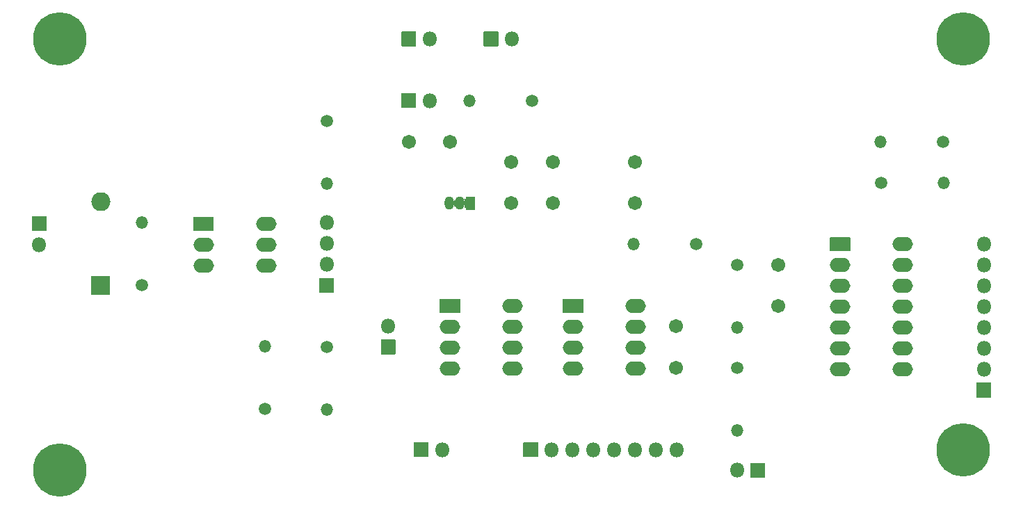
<source format=gbr>
G04 #@! TF.GenerationSoftware,KiCad,Pcbnew,(5.1.9)-1*
G04 #@! TF.CreationDate,2021-05-01T23:11:57+02:00*
G04 #@! TF.ProjectId,usb_pcb,7573625f-7063-4622-9e6b-696361645f70,0*
G04 #@! TF.SameCoordinates,Original*
G04 #@! TF.FileFunction,Soldermask,Top*
G04 #@! TF.FilePolarity,Negative*
%FSLAX46Y46*%
G04 Gerber Fmt 4.6, Leading zero omitted, Abs format (unit mm)*
G04 Created by KiCad (PCBNEW (5.1.9)-1) date 2021-05-01 23:11:57*
%MOMM*%
%LPD*%
G01*
G04 APERTURE LIST*
%ADD10C,0.902000*%
%ADD11C,6.502000*%
%ADD12O,1.802000X1.802000*%
%ADD13O,1.502000X1.502000*%
%ADD14C,1.502000*%
%ADD15O,1.152000X1.602000*%
%ADD16O,2.302000X2.302000*%
%ADD17C,1.702000*%
%ADD18O,2.502000X1.702000*%
%ADD19C,0.100000*%
G04 APERTURE END LIST*
D10*
X59197056Y-100802944D03*
X57500000Y-100100000D03*
X55802944Y-100802944D03*
X55100000Y-102500000D03*
X55802944Y-104197056D03*
X57500000Y-104900000D03*
X59197056Y-104197056D03*
X59900000Y-102500000D03*
D11*
X57500000Y-102500000D03*
D10*
X59197056Y-48302944D03*
X57500000Y-47600000D03*
X55802944Y-48302944D03*
X55100000Y-50000000D03*
X55802944Y-51697056D03*
X57500000Y-52400000D03*
X59197056Y-51697056D03*
X59900000Y-50000000D03*
D11*
X57500000Y-50000000D03*
D10*
X169197056Y-98302944D03*
X167500000Y-97600000D03*
X165802944Y-98302944D03*
X165100000Y-100000000D03*
X165802944Y-101697056D03*
X167500000Y-102400000D03*
X169197056Y-101697056D03*
X169900000Y-100000000D03*
D11*
X167500000Y-100000000D03*
D10*
X169197056Y-48302944D03*
X167500000Y-47600000D03*
X165802944Y-48302944D03*
X165100000Y-50000000D03*
X165802944Y-51697056D03*
X167500000Y-52400000D03*
X169197056Y-51697056D03*
X169900000Y-50000000D03*
D11*
X167500000Y-50000000D03*
D12*
X90000000Y-72380000D03*
X90000000Y-74920000D03*
X90000000Y-77460000D03*
G36*
G01*
X90901000Y-79150000D02*
X90901000Y-80850000D01*
G75*
G02*
X90850000Y-80901000I-51000J0D01*
G01*
X89150000Y-80901000D01*
G75*
G02*
X89099000Y-80850000I0J51000D01*
G01*
X89099000Y-79150000D01*
G75*
G02*
X89150000Y-79099000I51000J0D01*
G01*
X90850000Y-79099000D01*
G75*
G02*
X90901000Y-79150000I0J-51000D01*
G01*
G37*
X170000000Y-74960000D03*
X170000000Y-77500000D03*
X170000000Y-80040000D03*
X170000000Y-82580000D03*
X170000000Y-85120000D03*
X170000000Y-87660000D03*
X170000000Y-90200000D03*
G36*
G01*
X170901000Y-91890000D02*
X170901000Y-93590000D01*
G75*
G02*
X170850000Y-93641000I-51000J0D01*
G01*
X169150000Y-93641000D01*
G75*
G02*
X169099000Y-93590000I0J51000D01*
G01*
X169099000Y-91890000D01*
G75*
G02*
X169150000Y-91839000I51000J0D01*
G01*
X170850000Y-91839000D01*
G75*
G02*
X170901000Y-91890000I0J-51000D01*
G01*
G37*
X132620000Y-100000000D03*
X130080000Y-100000000D03*
X127540000Y-100000000D03*
X125000000Y-100000000D03*
X122460000Y-100000000D03*
X119920000Y-100000000D03*
X117380000Y-100000000D03*
G36*
G01*
X115690000Y-100901000D02*
X113990000Y-100901000D01*
G75*
G02*
X113939000Y-100850000I0J51000D01*
G01*
X113939000Y-99150000D01*
G75*
G02*
X113990000Y-99099000I51000J0D01*
G01*
X115690000Y-99099000D01*
G75*
G02*
X115741000Y-99150000I0J-51000D01*
G01*
X115741000Y-100850000D01*
G75*
G02*
X115690000Y-100901000I-51000J0D01*
G01*
G37*
D13*
X107380000Y-57500000D03*
D14*
X115000000Y-57500000D03*
D12*
X112540000Y-50000000D03*
G36*
G01*
X110850000Y-50901000D02*
X109150000Y-50901000D01*
G75*
G02*
X109099000Y-50850000I0J51000D01*
G01*
X109099000Y-49150000D01*
G75*
G02*
X109150000Y-49099000I51000J0D01*
G01*
X110850000Y-49099000D01*
G75*
G02*
X110901000Y-49150000I0J-51000D01*
G01*
X110901000Y-50850000D01*
G75*
G02*
X110850000Y-50901000I-51000J0D01*
G01*
G37*
X102540000Y-57500000D03*
G36*
G01*
X100850000Y-58401000D02*
X99150000Y-58401000D01*
G75*
G02*
X99099000Y-58350000I0J51000D01*
G01*
X99099000Y-56650000D01*
G75*
G02*
X99150000Y-56599000I51000J0D01*
G01*
X100850000Y-56599000D01*
G75*
G02*
X100901000Y-56650000I0J-51000D01*
G01*
X100901000Y-58350000D01*
G75*
G02*
X100850000Y-58401000I-51000J0D01*
G01*
G37*
X102540000Y-50000000D03*
G36*
G01*
X100850000Y-50901000D02*
X99150000Y-50901000D01*
G75*
G02*
X99099000Y-50850000I0J51000D01*
G01*
X99099000Y-49150000D01*
G75*
G02*
X99150000Y-49099000I51000J0D01*
G01*
X100850000Y-49099000D01*
G75*
G02*
X100901000Y-49150000I0J-51000D01*
G01*
X100901000Y-50850000D01*
G75*
G02*
X100850000Y-50901000I-51000J0D01*
G01*
G37*
X139960000Y-102500000D03*
G36*
G01*
X141650000Y-101599000D02*
X143350000Y-101599000D01*
G75*
G02*
X143401000Y-101650000I0J-51000D01*
G01*
X143401000Y-103350000D01*
G75*
G02*
X143350000Y-103401000I-51000J0D01*
G01*
X141650000Y-103401000D01*
G75*
G02*
X141599000Y-103350000I0J51000D01*
G01*
X141599000Y-101650000D01*
G75*
G02*
X141650000Y-101599000I51000J0D01*
G01*
G37*
X97500000Y-84960000D03*
G36*
G01*
X98401000Y-86650000D02*
X98401000Y-88350000D01*
G75*
G02*
X98350000Y-88401000I-51000J0D01*
G01*
X96650000Y-88401000D01*
G75*
G02*
X96599000Y-88350000I0J51000D01*
G01*
X96599000Y-86650000D01*
G75*
G02*
X96650000Y-86599000I51000J0D01*
G01*
X98350000Y-86599000D01*
G75*
G02*
X98401000Y-86650000I0J-51000D01*
G01*
G37*
X104040000Y-100000000D03*
G36*
G01*
X102350000Y-100901000D02*
X100650000Y-100901000D01*
G75*
G02*
X100599000Y-100850000I0J51000D01*
G01*
X100599000Y-99150000D01*
G75*
G02*
X100650000Y-99099000I51000J0D01*
G01*
X102350000Y-99099000D01*
G75*
G02*
X102401000Y-99150000I0J-51000D01*
G01*
X102401000Y-100850000D01*
G75*
G02*
X102350000Y-100901000I-51000J0D01*
G01*
G37*
X55000000Y-75040000D03*
G36*
G01*
X54099000Y-73350000D02*
X54099000Y-71650000D01*
G75*
G02*
X54150000Y-71599000I51000J0D01*
G01*
X55850000Y-71599000D01*
G75*
G02*
X55901000Y-71650000I0J-51000D01*
G01*
X55901000Y-73350000D01*
G75*
G02*
X55850000Y-73401000I-51000J0D01*
G01*
X54150000Y-73401000D01*
G75*
G02*
X54099000Y-73350000I0J51000D01*
G01*
G37*
G36*
G01*
X108076000Y-69250000D02*
X108076000Y-70750000D01*
G75*
G02*
X108025000Y-70801000I-51000J0D01*
G01*
X106975000Y-70801000D01*
G75*
G02*
X106924000Y-70750000I0J51000D01*
G01*
X106924000Y-69250000D01*
G75*
G02*
X106975000Y-69199000I51000J0D01*
G01*
X108025000Y-69199000D01*
G75*
G02*
X108076000Y-69250000I0J-51000D01*
G01*
G37*
D15*
X104960000Y-70000000D03*
X106230000Y-70000000D03*
D13*
X165120000Y-67500000D03*
D14*
X157500000Y-67500000D03*
D13*
X157380000Y-62500000D03*
D14*
X165000000Y-62500000D03*
D13*
X67500000Y-72380000D03*
D14*
X67500000Y-80000000D03*
D16*
X62500000Y-69840000D03*
G36*
G01*
X63600000Y-81151000D02*
X61400000Y-81151000D01*
G75*
G02*
X61349000Y-81100000I0J51000D01*
G01*
X61349000Y-78900000D01*
G75*
G02*
X61400000Y-78849000I51000J0D01*
G01*
X63600000Y-78849000D01*
G75*
G02*
X63651000Y-78900000I0J-51000D01*
G01*
X63651000Y-81100000D01*
G75*
G02*
X63600000Y-81151000I-51000J0D01*
G01*
G37*
D17*
X105000000Y-62500000D03*
X100000000Y-62500000D03*
D18*
X160120000Y-75000000D03*
X152500000Y-90240000D03*
X160120000Y-77540000D03*
X152500000Y-87700000D03*
X160120000Y-80080000D03*
X152500000Y-85160000D03*
X160120000Y-82620000D03*
X152500000Y-82620000D03*
X160120000Y-85160000D03*
X152500000Y-80080000D03*
X160120000Y-87700000D03*
X152500000Y-77540000D03*
X160120000Y-90240000D03*
G36*
G01*
X151249000Y-75800000D02*
X151249000Y-74200000D01*
G75*
G02*
X151300000Y-74149000I51000J0D01*
G01*
X153700000Y-74149000D01*
G75*
G02*
X153751000Y-74200000I0J-51000D01*
G01*
X153751000Y-75800000D01*
G75*
G02*
X153700000Y-75851000I-51000J0D01*
G01*
X151300000Y-75851000D01*
G75*
G02*
X151249000Y-75800000I0J51000D01*
G01*
G37*
X112620000Y-82500000D03*
X105000000Y-90120000D03*
X112620000Y-85040000D03*
X105000000Y-87580000D03*
X112620000Y-87580000D03*
X105000000Y-85040000D03*
X112620000Y-90120000D03*
G36*
G01*
X103749000Y-83300000D02*
X103749000Y-81700000D01*
G75*
G02*
X103800000Y-81649000I51000J0D01*
G01*
X106200000Y-81649000D01*
G75*
G02*
X106251000Y-81700000I0J-51000D01*
G01*
X106251000Y-83300000D01*
G75*
G02*
X106200000Y-83351000I-51000J0D01*
G01*
X103800000Y-83351000D01*
G75*
G02*
X103749000Y-83300000I0J51000D01*
G01*
G37*
X82620000Y-72500000D03*
X75000000Y-77580000D03*
X82620000Y-75040000D03*
X75000000Y-75040000D03*
X82620000Y-77580000D03*
G36*
G01*
X73749000Y-73300000D02*
X73749000Y-71700000D01*
G75*
G02*
X73800000Y-71649000I51000J0D01*
G01*
X76200000Y-71649000D01*
G75*
G02*
X76251000Y-71700000I0J-51000D01*
G01*
X76251000Y-73300000D01*
G75*
G02*
X76200000Y-73351000I-51000J0D01*
G01*
X73800000Y-73351000D01*
G75*
G02*
X73749000Y-73300000I0J51000D01*
G01*
G37*
X127620000Y-82500000D03*
X120000000Y-90120000D03*
X127620000Y-85040000D03*
X120000000Y-87580000D03*
X127620000Y-87580000D03*
X120000000Y-85040000D03*
X127620000Y-90120000D03*
G36*
G01*
X118749000Y-83300000D02*
X118749000Y-81700000D01*
G75*
G02*
X118800000Y-81649000I51000J0D01*
G01*
X121200000Y-81649000D01*
G75*
G02*
X121251000Y-81700000I0J-51000D01*
G01*
X121251000Y-83300000D01*
G75*
G02*
X121200000Y-83351000I-51000J0D01*
G01*
X118800000Y-83351000D01*
G75*
G02*
X118749000Y-83300000I0J51000D01*
G01*
G37*
D13*
X90000000Y-95120000D03*
D14*
X90000000Y-87500000D03*
D13*
X90000000Y-67620000D03*
D14*
X90000000Y-60000000D03*
D13*
X140000000Y-85120000D03*
D14*
X140000000Y-77500000D03*
D13*
X82500000Y-87380000D03*
D14*
X82500000Y-95000000D03*
D13*
X127380000Y-75000000D03*
D14*
X135000000Y-75000000D03*
D13*
X140000000Y-97620000D03*
D14*
X140000000Y-90000000D03*
D17*
X117500000Y-65000000D03*
X117500000Y-70000000D03*
X112500000Y-65000000D03*
X112500000Y-70000000D03*
X127500000Y-65000000D03*
X127500000Y-70000000D03*
X145000000Y-82500000D03*
X145000000Y-77500000D03*
X132500000Y-85000000D03*
X132500000Y-90000000D03*
D19*
G36*
X106925084Y-69366979D02*
G01*
X106926000Y-69368660D01*
X106926000Y-70631340D01*
X106925000Y-70633072D01*
X106923000Y-70633072D01*
X106922010Y-70631536D01*
X106919628Y-70607349D01*
X106912628Y-70584274D01*
X106901263Y-70563010D01*
X106885968Y-70544373D01*
X106867331Y-70529078D01*
X106846067Y-70517713D01*
X106822992Y-70510713D01*
X106799001Y-70508350D01*
X106775010Y-70510713D01*
X106751935Y-70517713D01*
X106730715Y-70529055D01*
X106706757Y-70550769D01*
X106704802Y-70551191D01*
X106703459Y-70549709D01*
X106703868Y-70548018D01*
X106707255Y-70543892D01*
X106760298Y-70444657D01*
X106792962Y-70336977D01*
X106804000Y-70224906D01*
X106804000Y-69775095D01*
X106792962Y-69663023D01*
X106760298Y-69555343D01*
X106707255Y-69456108D01*
X106705170Y-69453568D01*
X106704844Y-69451594D01*
X106706390Y-69450326D01*
X106708130Y-69450885D01*
X106720976Y-69463731D01*
X106741024Y-69477126D01*
X106763297Y-69486353D01*
X106786948Y-69491057D01*
X106811054Y-69491057D01*
X106834704Y-69486353D01*
X106856978Y-69477126D01*
X106877025Y-69463732D01*
X106894072Y-69446685D01*
X106907467Y-69426637D01*
X106916694Y-69404364D01*
X106921407Y-69380667D01*
X106922002Y-69368562D01*
X106923086Y-69366881D01*
X106925084Y-69366979D01*
G37*
G36*
X105489836Y-69546013D02*
G01*
X105499929Y-69561118D01*
X105516976Y-69578165D01*
X105537024Y-69591560D01*
X105559298Y-69600786D01*
X105582948Y-69605490D01*
X105607054Y-69605490D01*
X105630704Y-69600785D01*
X105652978Y-69591559D01*
X105673025Y-69578164D01*
X105690072Y-69561117D01*
X105700164Y-69546013D01*
X105701958Y-69545128D01*
X105703621Y-69546239D01*
X105703591Y-69548067D01*
X105699702Y-69555343D01*
X105667038Y-69663023D01*
X105656000Y-69775094D01*
X105656000Y-70224906D01*
X105667038Y-70336976D01*
X105699702Y-70444656D01*
X105703591Y-70451932D01*
X105703525Y-70453931D01*
X105701762Y-70454874D01*
X105700164Y-70453986D01*
X105690071Y-70438881D01*
X105673024Y-70421834D01*
X105652976Y-70408439D01*
X105630702Y-70399213D01*
X105607052Y-70394509D01*
X105582946Y-70394509D01*
X105559296Y-70399214D01*
X105537022Y-70408440D01*
X105516975Y-70421835D01*
X105499928Y-70438882D01*
X105489839Y-70453982D01*
X105488045Y-70454867D01*
X105486382Y-70453756D01*
X105486412Y-70451928D01*
X105490298Y-70444657D01*
X105522962Y-70336977D01*
X105534000Y-70224906D01*
X105534000Y-69775095D01*
X105522962Y-69663023D01*
X105490298Y-69555343D01*
X105486409Y-69548067D01*
X105486475Y-69546068D01*
X105488238Y-69545125D01*
X105489836Y-69546013D01*
G37*
M02*

</source>
